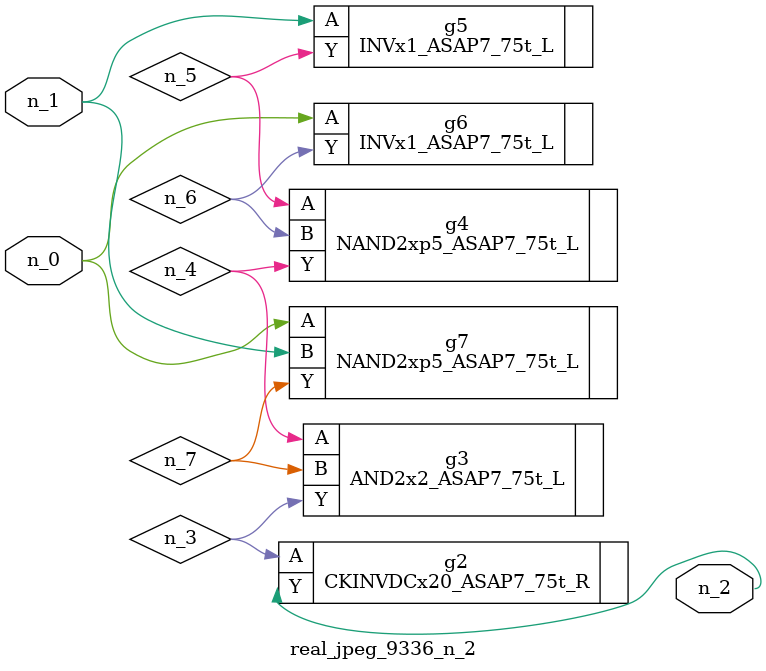
<source format=v>
module real_jpeg_9336_n_2 (n_1, n_0, n_2);

input n_1;
input n_0;

output n_2;

wire n_5;
wire n_4;
wire n_6;
wire n_7;
wire n_3;

INVx1_ASAP7_75t_L g6 ( 
.A(n_0),
.Y(n_6)
);

NAND2xp5_ASAP7_75t_L g7 ( 
.A(n_0),
.B(n_1),
.Y(n_7)
);

INVx1_ASAP7_75t_L g5 ( 
.A(n_1),
.Y(n_5)
);

CKINVDCx20_ASAP7_75t_R g2 ( 
.A(n_3),
.Y(n_2)
);

AND2x2_ASAP7_75t_L g3 ( 
.A(n_4),
.B(n_7),
.Y(n_3)
);

NAND2xp5_ASAP7_75t_L g4 ( 
.A(n_5),
.B(n_6),
.Y(n_4)
);


endmodule
</source>
